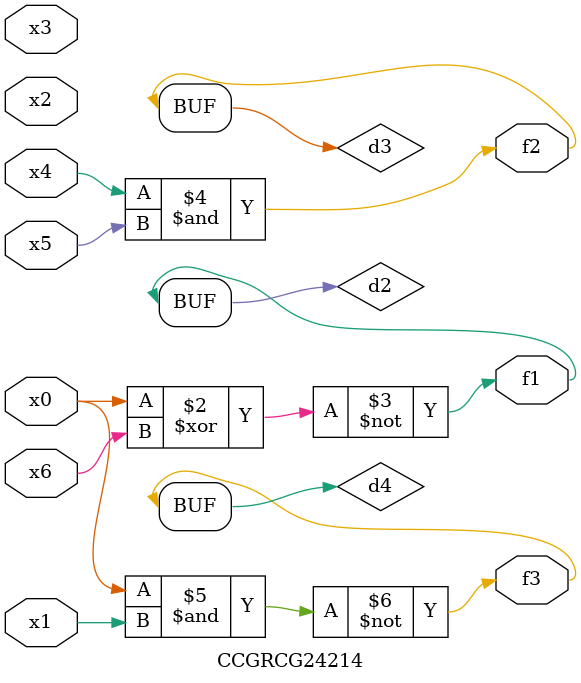
<source format=v>
module CCGRCG24214(
	input x0, x1, x2, x3, x4, x5, x6,
	output f1, f2, f3
);

	wire d1, d2, d3, d4;

	nor (d1, x0);
	xnor (d2, x0, x6);
	and (d3, x4, x5);
	nand (d4, x0, x1);
	assign f1 = d2;
	assign f2 = d3;
	assign f3 = d4;
endmodule

</source>
